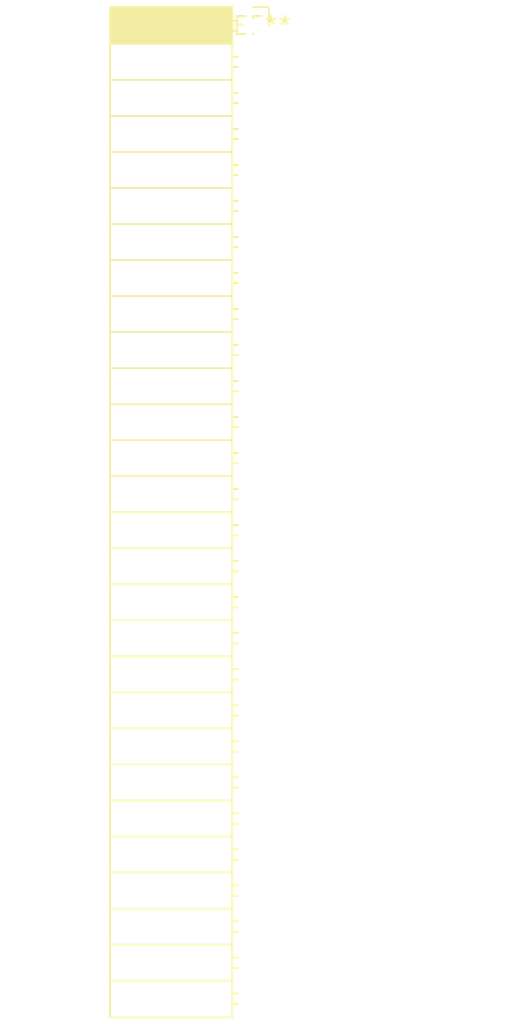
<source format=kicad_pcb>
(kicad_pcb (version 20240108) (generator pcbnew)
  (layers (0 "F.Cu" signal) (31 "B.Cu" signal) (34 "B.Paste" user) (35 "F.Paste" user) (36 "B.SilkS" user "B.Silkscreen") (37 "F.SilkS" user "F.Silkscreen") (38 "B.Mask" user) (39 "F.Mask" user) (44 "Edge.Cuts" user))
  (net 0 "")
  (footprint "PinSocket_1x28_P2.54mm_Horizontal" (layer "F.Cu") (at 0 0)
    (property "Reference" "REF**")
    (property "Value" "PinSocket_1x28_P2.54mm_Horizontal")
    (fp_line (start -10.09 -1.33) (end -10.09 69.91) (layer "F.SilkS") (stroke (width 0.12)))
    (fp_line (start -10.09 -1.33) (end -1.46 -1.33) (layer "F.SilkS") (stroke (width 0.12)))
    (fp_line (start -10.09 -1.21) (end -1.46 -1.21) (layer "F.SilkS") (stroke (width 0.12)))
    (fp_line (start -10.09 -1.091905) (end -1.46 -1.091905) (layer "F.SilkS") (stroke (width 0.12)))
    (fp_line (start -10.09 -0.97381) (end -1.46 -0.97381) (layer "F.SilkS") (stroke (width 0.12)))
    (fp_line (start -10.09 -0.855715) (end -1.46 -0.855715) (layer "F.SilkS") (stroke (width 0.12)))
    (fp_line (start -10.09 -0.73762) (end -1.46 -0.73762) (layer "F.SilkS") (stroke (width 0.12)))
    (fp_line (start -10.09 -0.619525) (end -1.46 -0.619525) (layer "F.SilkS") (stroke (width 0.12)))
    (fp_line (start -10.09 -0.50143) (end -1.46 -0.50143) (layer "F.SilkS") (stroke (width 0.12)))
    (fp_line (start -10.09 -0.383335) (end -1.46 -0.383335) (layer "F.SilkS") (stroke (width 0.12)))
    (fp_line (start -10.09 -0.26524) (end -1.46 -0.26524) (layer "F.SilkS") (stroke (width 0.12)))
    (fp_line (start -10.09 -0.147145) (end -1.46 -0.147145) (layer "F.SilkS") (stroke (width 0.12)))
    (fp_line (start -10.09 -0.02905) (end -1.46 -0.02905) (layer "F.SilkS") (stroke (width 0.12)))
    (fp_line (start -10.09 0.089045) (end -1.46 0.089045) (layer "F.SilkS") (stroke (width 0.12)))
    (fp_line (start -10.09 0.20714) (end -1.46 0.20714) (layer "F.SilkS") (stroke (width 0.12)))
    (fp_line (start -10.09 0.325235) (end -1.46 0.325235) (layer "F.SilkS") (stroke (width 0.12)))
    (fp_line (start -10.09 0.44333) (end -1.46 0.44333) (layer "F.SilkS") (stroke (width 0.12)))
    (fp_line (start -10.09 0.561425) (end -1.46 0.561425) (layer "F.SilkS") (stroke (width 0.12)))
    (fp_line (start -10.09 0.67952) (end -1.46 0.67952) (layer "F.SilkS") (stroke (width 0.12)))
    (fp_line (start -10.09 0.797615) (end -1.46 0.797615) (layer "F.SilkS") (stroke (width 0.12)))
    (fp_line (start -10.09 0.91571) (end -1.46 0.91571) (layer "F.SilkS") (stroke (width 0.12)))
    (fp_line (start -10.09 1.033805) (end -1.46 1.033805) (layer "F.SilkS") (stroke (width 0.12)))
    (fp_line (start -10.09 1.1519) (end -1.46 1.1519) (layer "F.SilkS") (stroke (width 0.12)))
    (fp_line (start -10.09 1.27) (end -1.46 1.27) (layer "F.SilkS") (stroke (width 0.12)))
    (fp_line (start -10.09 3.81) (end -1.46 3.81) (layer "F.SilkS") (stroke (width 0.12)))
    (fp_line (start -10.09 6.35) (end -1.46 6.35) (layer "F.SilkS") (stroke (width 0.12)))
    (fp_line (start -10.09 8.89) (end -1.46 8.89) (layer "F.SilkS") (stroke (width 0.12)))
    (fp_line (start -10.09 11.43) (end -1.46 11.43) (layer "F.SilkS") (stroke (width 0.12)))
    (fp_line (start -10.09 13.97) (end -1.46 13.97) (layer "F.SilkS") (stroke (width 0.12)))
    (fp_line (start -10.09 16.51) (end -1.46 16.51) (layer "F.SilkS") (stroke (width 0.12)))
    (fp_line (start -10.09 19.05) (end -1.46 19.05) (layer "F.SilkS") (stroke (width 0.12)))
    (fp_line (start -10.09 21.59) (end -1.46 21.59) (layer "F.SilkS") (stroke (width 0.12)))
    (fp_line (start -10.09 24.13) (end -1.46 24.13) (layer "F.SilkS") (stroke (width 0.12)))
    (fp_line (start -10.09 26.67) (end -1.46 26.67) (layer "F.SilkS") (stroke (width 0.12)))
    (fp_line (start -10.09 29.21) (end -1.46 29.21) (layer "F.SilkS") (stroke (width 0.12)))
    (fp_line (start -10.09 31.75) (end -1.46 31.75) (layer "F.SilkS") (stroke (width 0.12)))
    (fp_line (start -10.09 34.29) (end -1.46 34.29) (layer "F.SilkS") (stroke (width 0.12)))
    (fp_line (start -10.09 36.83) (end -1.46 36.83) (layer "F.SilkS") (stroke (width 0.12)))
    (fp_line (start -10.09 39.37) (end -1.46 39.37) (layer "F.SilkS") (stroke (width 0.12)))
    (fp_line (start -10.09 41.91) (end -1.46 41.91) (layer "F.SilkS") (stroke (width 0.12)))
    (fp_line (start -10.09 44.45) (end -1.46 44.45) (layer "F.SilkS") (stroke (width 0.12)))
    (fp_line (start -10.09 46.99) (end -1.46 46.99) (layer "F.SilkS") (stroke (width 0.12)))
    (fp_line (start -10.09 49.53) (end -1.46 49.53) (layer "F.SilkS") (stroke (width 0.12)))
    (fp_line (start -10.09 52.07) (end -1.46 52.07) (layer "F.SilkS") (stroke (width 0.12)))
    (fp_line (start -10.09 54.61) (end -1.46 54.61) (layer "F.SilkS") (stroke (width 0.12)))
    (fp_line (start -10.09 57.15) (end -1.46 57.15) (layer "F.SilkS") (stroke (width 0.12)))
    (fp_line (start -10.09 59.69) (end -1.46 59.69) (layer "F.SilkS") (stroke (width 0.12)))
    (fp_line (start -10.09 62.23) (end -1.46 62.23) (layer "F.SilkS") (stroke (width 0.12)))
    (fp_line (start -10.09 64.77) (end -1.46 64.77) (layer "F.SilkS") (stroke (width 0.12)))
    (fp_line (start -10.09 67.31) (end -1.46 67.31) (layer "F.SilkS") (stroke (width 0.12)))
    (fp_line (start -10.09 69.91) (end -1.46 69.91) (layer "F.SilkS") (stroke (width 0.12)))
    (fp_line (start -1.46 -1.33) (end -1.46 69.91) (layer "F.SilkS") (stroke (width 0.12)))
    (fp_line (start -1.46 -0.36) (end -1.11 -0.36) (layer "F.SilkS") (stroke (width 0.12)))
    (fp_line (start -1.46 0.36) (end -1.11 0.36) (layer "F.SilkS") (stroke (width 0.12)))
    (fp_line (start -1.46 2.18) (end -1.05 2.18) (layer "F.SilkS") (stroke (width 0.12)))
    (fp_line (start -1.46 2.9) (end -1.05 2.9) (layer "F.SilkS") (stroke (width 0.12)))
    (fp_line (start -1.46 4.72) (end -1.05 4.72) (layer "F.SilkS") (stroke (width 0.12)))
    (fp_line (start -1.46 5.44) (end -1.05 5.44) (layer "F.SilkS") (stroke (width 0.12)))
    (fp_line (start -1.46 7.26) (end -1.05 7.26) (layer "F.SilkS") (stroke (width 0.12)))
    (fp_line (start -1.46 7.98) (end -1.05 7.98) (layer "F.SilkS") (stroke (width 0.12)))
    (fp_line (start -1.46 9.8) (end -1.05 9.8) (layer "F.SilkS") (stroke (width 0.12)))
    (fp_line (start -1.46 10.52) (end -1.05 10.52) (layer "F.SilkS") (stroke (width 0.12)))
    (fp_line (start -1.46 12.34) (end -1.05 12.34) (layer "F.SilkS") (stroke (width 0.12)))
    (fp_line (start -1.46 13.06) (end -1.05 13.06) (layer "F.SilkS") (stroke (width 0.12)))
    (fp_line (start -1.46 14.88) (end -1.05 14.88) (layer "F.SilkS") (stroke (width 0.12)))
    (fp_line (start -1.46 15.6) (end -1.05 15.6) (layer "F.SilkS") (stroke (width 0.12)))
    (fp_line (start -1.46 17.42) (end -1.05 17.42) (layer "F.SilkS") (stroke (width 0.12)))
    (fp_line (start -1.46 18.14) (end -1.05 18.14) (layer "F.SilkS") (stroke (width 0.12)))
    (fp_line (start -1.46 19.96) (end -1.05 19.96) (layer "F.SilkS") (stroke (width 0.12)))
    (fp_line (start -1.46 20.68) (end -1.05 20.68) (layer "F.SilkS") (stroke (width 0.12)))
    (fp_line (start -1.46 22.5) (end -1.05 22.5) (layer "F.SilkS") (stroke (width 0.12)))
    (fp_line (start -1.46 23.22) (end -1.05 23.22) (layer "F.SilkS") (stroke (width 0.12)))
    (fp_line (start -1.46 25.04) (end -1.05 25.04) (layer "F.SilkS") (stroke (width 0.12)))
    (fp_line (start -1.46 25.76) (end -1.05 25.76) (layer "F.SilkS") (stroke (width 0.12)))
    (fp_line (start -1.46 27.58) (end -1.05 27.58) (layer "F.SilkS") (stroke (width 0.12)))
    (fp_line (start -1.46 28.3) (end -1.05 28.3) (layer "F.SilkS") (stroke (width 0.12)))
    (fp_line (start -1.46 30.12) (end -1.05 30.12) (layer "F.SilkS") (stroke (width 0.12)))
    (fp_line (start -1.46 30.84) (end -1.05 30.84) (layer "F.SilkS") (stroke (width 0.12)))
    (fp_line (start -1.46 32.66) (end -1.05 32.66) (layer "F.SilkS") (stroke (width 0.12)))
    (fp_line (start -1.46 33.38) (end -1.05 33.38) (layer "F.SilkS") (stroke (width 0.12)))
    (fp_line (start -1.46 35.2) (end -1.05 35.2) (layer "F.SilkS") (stroke (width 0.12)))
    (fp_line (start -1.46 35.92) (end -1.05 35.92) (layer "F.SilkS") (stroke (width 0.12)))
    (fp_line (start -1.46 37.74) (end -1.05 37.74) (layer "F.SilkS") (stroke (width 0.12)))
    (fp_line (start -1.46 38.46) (end -1.05 38.46) (layer "F.SilkS") (stroke (width 0.12)))
    (fp_line (start -1.46 40.28) (end -1.05 40.28) (layer "F.SilkS") (stroke (width 0.12)))
    (fp_line (start -1.46 41) (end -1.05 41) (layer "F.SilkS") (stroke (width 0.12)))
    (fp_line (start -1.46 42.82) (end -1.05 42.82) (layer "F.SilkS") (stroke (width 0.12)))
    (fp_line (start -1.46 43.54) (end -1.05 43.54) (layer "F.SilkS") (stroke (width 0.12)))
    (fp_line (start -1.46 45.36) (end -1.05 45.36) (layer "F.SilkS") (stroke (width 0.12)))
    (fp_line (start -1.46 46.08) (end -1.05 46.08) (layer "F.SilkS") (stroke (width 0.12)))
    (fp_line (start -1.46 47.9) (end -1.05 47.9) (layer "F.SilkS") (stroke (width 0.12)))
    (fp_line (start -1.46 48.62) (end -1.05 48.62) (layer "F.SilkS") (stroke (width 0.12)))
    (fp_line (start -1.46 50.44) (end -1.05 50.44) (layer "F.SilkS") (stroke (width 0.12)))
    (fp_line (start -1.46 51.16) (end -1.05 51.16) (layer "F.SilkS") (stroke (width 0.12)))
    (fp_line (start -1.46 52.98) (end -1.05 52.98) (layer "F.SilkS") (stroke (width 0.12)))
    (fp_line (start -1.46 53.7) (end -1.05 53.7) (layer "F.SilkS") (stroke (width 0.12)))
    (fp_line (start -1.46 55.52) (end -1.05 55.52) (layer "F.SilkS") (stroke (width 0.12)))
    (fp_line (start -1.46 56.24) (end -1.05 56.24) (layer "F.SilkS") (stroke (width 0.12)))
    (fp_line (start -1.46 58.06) (end -1.05 58.06) (layer "F.SilkS") (stroke (width 0.12)))
    (fp_line (start -1.46 58.78) (end -1.05 58.78) (layer "F.SilkS") (stroke (width 0.12)))
    (fp_line (start -1.46 60.6) (end -1.05 60.6) (layer "F.SilkS") (stroke (width 0.12)))
    (fp_line (start -1.46 61.32) (end -1.05 61.32) (layer "F.SilkS") (stroke (width 0.12)))
    (fp_line (start -1.46 63.14) (end -1.05 63.14) (layer "F.SilkS") (stroke (width 0.12)))
    (fp_line (start -1.46 63.86) (end -1.05 63.86) (layer "F.SilkS") (stroke (width 0.12)))
    (fp_line (start -1.46 65.68) (end -1.05 65.68) (layer "F.SilkS") (stroke (width 0.12)))
    (fp_line (start -1.46 66.4) (end -1.05 66.4) (layer "F.SilkS") (stroke (width 0.12)))
    (fp_line (start -1.46 68.22) (end -1.05 68.22) (layer "F.SilkS") (stroke (width 0.12)))
    (fp_line (start -1.46 68.94) (end -1.05 68.94) (layer "F.SilkS") (stroke (width 0.12)))
    (fp_line (start 0 -1.33) (end 1.11 -1.33) (layer "F.SilkS") (stroke (width 0.12)))
    (fp_line (start 1.11 -1.33) (end 1.11 0) (layer "F.SilkS") (stroke (width 0.12)))
    (pad "1" thru_hole rect (at 0 0) (size 1.7 1.7) (drill 1) (layers *.Cu *.Mask) (remove_unused_layers))
    (pad "2" thru_hole oval (at 0 2.54) (size 1.7 1.7) (drill 1) (layers *.Cu *.Mask) (remove_unused_layers))
    (pad "3" thru_hole oval (at 0 5.08) (size 1.7 1.7) (drill 1) (layers *.Cu *.Mask) (remove_unused_layers))
    (pad "4" thru_hole oval (at 0 7.62) (size 1.7 1.7) (drill 1) (layers *.Cu *.Mask) (remove_unused_layers))
    (pad "5" thru_hole oval (at 0 10.16) (size 1.7 1.7) (drill 1) (layers *.Cu *.Mask) (remove_unused_layers))
    (pad "6" thru_hole oval (at 0 12.7) (size 1.7 1.7) (drill 1) (layers *.Cu *.Mask) (remove_unused_layers))
    (pad "7" thru_hole oval (at 0 15.24) (size 1.7 1.7) (drill 1) (layers *.Cu *.Mask) (remove_unused_layers))
    (pad "8" thru_hole oval (at 0 17.78) (size 1.7 1.7) (drill 1) (layers *.Cu *.Mask) (remove_unused_layers))
    (pad "9" thru_hole oval (at 0 20.32) (size 1.7 1.7) (drill 1) (layers *.Cu *.Mask) (remove_unused_layers))
    (pad "10" thru_hole oval (at 0 22.86) (size 1.7 1.7) (drill 1) (layers *.Cu *.Mask) (remove_unused_layers))
    (pad "11" thru_hole oval (at 0 25.4) (size 1.7 1.7) (drill 1) (layers *.Cu *.Mask) (remove_unused_layers))
    (pad "12" thru_hole oval (at 0 27.94) (size 1.7 1.7) (drill 1) (layers *.Cu *.Mask) (remove_unused_layers))
    (pad "13" thru_hole oval (at 0 30.48) (size 1.7 1.7) (drill 1) (layers *.Cu *.Mask) (remove_unused_layers))
    (pad "14" thru_hole oval (at 0 33.02) (size 1.7 1.7) (drill 1) (layers *.Cu *.Mask) (remove_unused_layers))
    (pad "15" thru_hole oval (at 0 35.56) (size 1.7 1.7) (drill 1) (layers *.Cu *.Mask) (remove_unused_layers))
    (pad "16" thru_hole oval (at 0 38.1) (size 1.7 1.7) (drill 1) (layers *.Cu *.Mask) (remove_unused_layers))
    (pad "17" thru_hole oval (at 0 40.64) (size 1.7 1.7) (drill 1) (layers *.Cu *.Mask) (remove_unused_layers))
    (pad "18" thru_hole oval (at 0 43.18) (size 1.7 1.7) (drill 1) (layers *.Cu *.Mask) (remove_unused_layers))
    (pad "19" thru_hole oval (at 0 45.72) (size 1.7 1.7) (drill 1) (layers *.Cu *.Mask) (remove_unused_layers))
    (pad "20" thru_hole oval (at 0 48.26) (size 1.7 1.7) (drill 1) (layers *.Cu *.Mask) (remove_unused_layers))
    (pad "21" thru_hole oval (at 0 50.8) (size 1.7 1.7) (drill 1) (layers *.Cu *.Mask) (remove_unused_layers))
    (pad "22" thru_hole oval (at 0 53.34) (size 1.7 1.7) (drill 1) (layers *.Cu *.Mask) (remove_unused_layers))
    (pad "23" thru_hole oval (at 0 55.88) (size 1.7 1.7) (drill 1) (layers *.Cu *.Mask) (remove_unused_layers))
    (pad "24" thru_hole oval (at 0 58.42) (size 1.7 1.7) (drill 1) (layers *.Cu *.Mask) (remove_unused_layers))
    (pad "25" thru_hole oval (at 0 60.96) (size 1.7 1.7) (drill 1) (layers *.Cu *.Mask) (remove_unused_layers))
    (pad "26" thru_hole oval (at 0 63.5) (size 1.7 1.7) (drill 1) (layers *.Cu *.Mask) (remove_unused_layers))
    (pad "27" thru_hole oval (at 0 66.04) (size 1.7 1.7) (drill 1) (layers *.Cu *.Mask) (remove_unused_layers))
    (pad "28" thru_hole oval (at 0 68.58) (size 1.7 1.7) (drill 1) (layers *.Cu *.Mask) (remove_unused_layers))
  )
)
</source>
